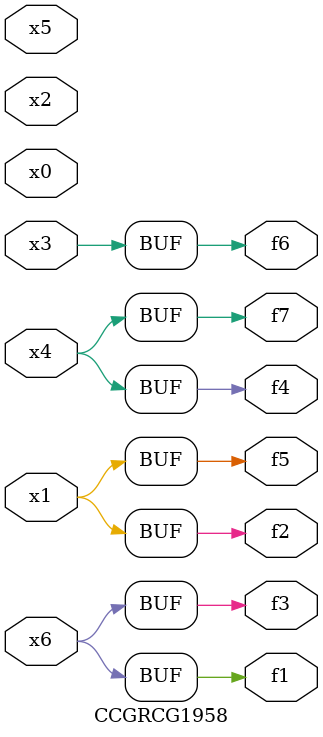
<source format=v>
module CCGRCG1958(
	input x0, x1, x2, x3, x4, x5, x6,
	output f1, f2, f3, f4, f5, f6, f7
);
	assign f1 = x6;
	assign f2 = x1;
	assign f3 = x6;
	assign f4 = x4;
	assign f5 = x1;
	assign f6 = x3;
	assign f7 = x4;
endmodule

</source>
